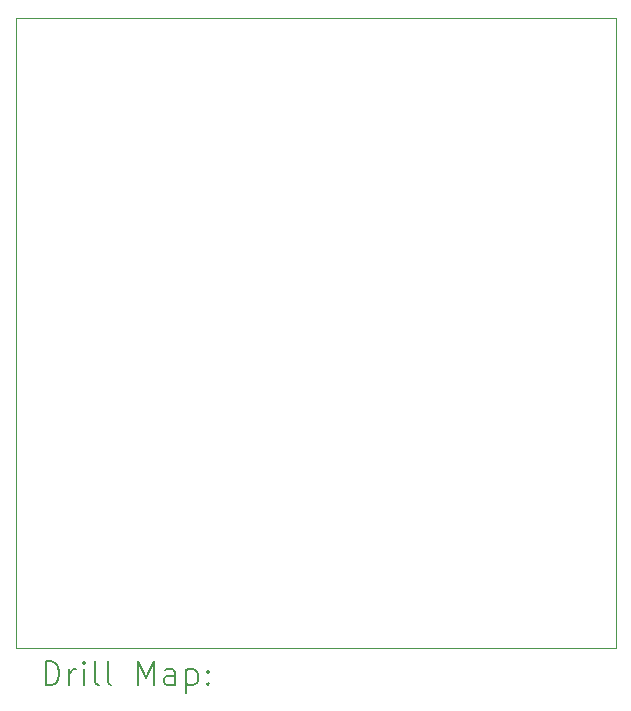
<source format=gbr>
%TF.GenerationSoftware,KiCad,Pcbnew,7.0.10*%
%TF.CreationDate,2024-03-09T15:17:23+01:00*%
%TF.ProjectId,Lamp Matrix Tester,4c616d70-204d-4617-9472-697820546573,1.0*%
%TF.SameCoordinates,Original*%
%TF.FileFunction,Drillmap*%
%TF.FilePolarity,Positive*%
%FSLAX45Y45*%
G04 Gerber Fmt 4.5, Leading zero omitted, Abs format (unit mm)*
G04 Created by KiCad (PCBNEW 7.0.10) date 2024-03-09 15:17:23*
%MOMM*%
%LPD*%
G01*
G04 APERTURE LIST*
%ADD10C,0.100000*%
%ADD11C,0.200000*%
G04 APERTURE END LIST*
D10*
X2286000Y-1524000D02*
X7366000Y-1524000D01*
X7366000Y-6858000D01*
X2286000Y-6858000D01*
X2286000Y-1524000D01*
D11*
X2541777Y-7174484D02*
X2541777Y-6974484D01*
X2541777Y-6974484D02*
X2589396Y-6974484D01*
X2589396Y-6974484D02*
X2617967Y-6984008D01*
X2617967Y-6984008D02*
X2637015Y-7003055D01*
X2637015Y-7003055D02*
X2646539Y-7022103D01*
X2646539Y-7022103D02*
X2656063Y-7060198D01*
X2656063Y-7060198D02*
X2656063Y-7088769D01*
X2656063Y-7088769D02*
X2646539Y-7126865D01*
X2646539Y-7126865D02*
X2637015Y-7145912D01*
X2637015Y-7145912D02*
X2617967Y-7164960D01*
X2617967Y-7164960D02*
X2589396Y-7174484D01*
X2589396Y-7174484D02*
X2541777Y-7174484D01*
X2741777Y-7174484D02*
X2741777Y-7041150D01*
X2741777Y-7079246D02*
X2751301Y-7060198D01*
X2751301Y-7060198D02*
X2760824Y-7050674D01*
X2760824Y-7050674D02*
X2779872Y-7041150D01*
X2779872Y-7041150D02*
X2798920Y-7041150D01*
X2865586Y-7174484D02*
X2865586Y-7041150D01*
X2865586Y-6974484D02*
X2856062Y-6984008D01*
X2856062Y-6984008D02*
X2865586Y-6993531D01*
X2865586Y-6993531D02*
X2875110Y-6984008D01*
X2875110Y-6984008D02*
X2865586Y-6974484D01*
X2865586Y-6974484D02*
X2865586Y-6993531D01*
X2989396Y-7174484D02*
X2970348Y-7164960D01*
X2970348Y-7164960D02*
X2960824Y-7145912D01*
X2960824Y-7145912D02*
X2960824Y-6974484D01*
X3094158Y-7174484D02*
X3075110Y-7164960D01*
X3075110Y-7164960D02*
X3065586Y-7145912D01*
X3065586Y-7145912D02*
X3065586Y-6974484D01*
X3322729Y-7174484D02*
X3322729Y-6974484D01*
X3322729Y-6974484D02*
X3389396Y-7117341D01*
X3389396Y-7117341D02*
X3456062Y-6974484D01*
X3456062Y-6974484D02*
X3456062Y-7174484D01*
X3637015Y-7174484D02*
X3637015Y-7069722D01*
X3637015Y-7069722D02*
X3627491Y-7050674D01*
X3627491Y-7050674D02*
X3608443Y-7041150D01*
X3608443Y-7041150D02*
X3570348Y-7041150D01*
X3570348Y-7041150D02*
X3551301Y-7050674D01*
X3637015Y-7164960D02*
X3617967Y-7174484D01*
X3617967Y-7174484D02*
X3570348Y-7174484D01*
X3570348Y-7174484D02*
X3551301Y-7164960D01*
X3551301Y-7164960D02*
X3541777Y-7145912D01*
X3541777Y-7145912D02*
X3541777Y-7126865D01*
X3541777Y-7126865D02*
X3551301Y-7107817D01*
X3551301Y-7107817D02*
X3570348Y-7098293D01*
X3570348Y-7098293D02*
X3617967Y-7098293D01*
X3617967Y-7098293D02*
X3637015Y-7088769D01*
X3732253Y-7041150D02*
X3732253Y-7241150D01*
X3732253Y-7050674D02*
X3751301Y-7041150D01*
X3751301Y-7041150D02*
X3789396Y-7041150D01*
X3789396Y-7041150D02*
X3808443Y-7050674D01*
X3808443Y-7050674D02*
X3817967Y-7060198D01*
X3817967Y-7060198D02*
X3827491Y-7079246D01*
X3827491Y-7079246D02*
X3827491Y-7136388D01*
X3827491Y-7136388D02*
X3817967Y-7155436D01*
X3817967Y-7155436D02*
X3808443Y-7164960D01*
X3808443Y-7164960D02*
X3789396Y-7174484D01*
X3789396Y-7174484D02*
X3751301Y-7174484D01*
X3751301Y-7174484D02*
X3732253Y-7164960D01*
X3913205Y-7155436D02*
X3922729Y-7164960D01*
X3922729Y-7164960D02*
X3913205Y-7174484D01*
X3913205Y-7174484D02*
X3903682Y-7164960D01*
X3903682Y-7164960D02*
X3913205Y-7155436D01*
X3913205Y-7155436D02*
X3913205Y-7174484D01*
X3913205Y-7050674D02*
X3922729Y-7060198D01*
X3922729Y-7060198D02*
X3913205Y-7069722D01*
X3913205Y-7069722D02*
X3903682Y-7060198D01*
X3903682Y-7060198D02*
X3913205Y-7050674D01*
X3913205Y-7050674D02*
X3913205Y-7069722D01*
M02*

</source>
